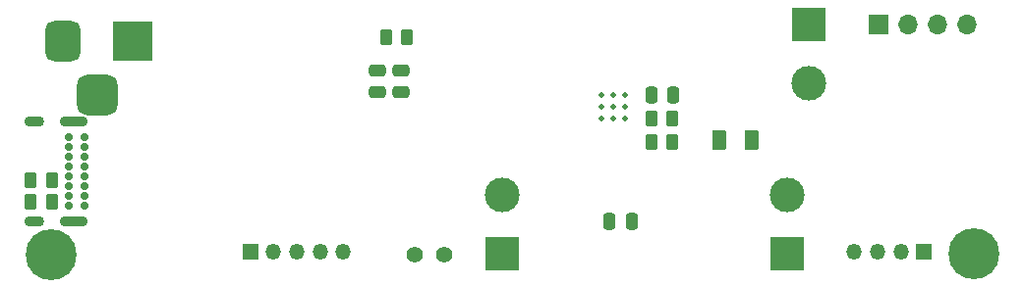
<source format=gbs>
G04 #@! TF.GenerationSoftware,KiCad,Pcbnew,(6.99.0-1603-g82820d4b1c)*
G04 #@! TF.CreationDate,2022-06-17T10:59:49+02:00*
G04 #@! TF.ProjectId,BalthazarPSU3,42616c74-6861-47a6-9172-505355332e6b,rev?*
G04 #@! TF.SameCoordinates,Original*
G04 #@! TF.FileFunction,Soldermask,Bot*
G04 #@! TF.FilePolarity,Negative*
%FSLAX46Y46*%
G04 Gerber Fmt 4.6, Leading zero omitted, Abs format (unit mm)*
G04 Created by KiCad (PCBNEW (6.99.0-1603-g82820d4b1c)) date 2022-06-17 10:59:49*
%MOMM*%
%LPD*%
G01*
G04 APERTURE LIST*
G04 Aperture macros list*
%AMRoundRect*
0 Rectangle with rounded corners*
0 $1 Rounding radius*
0 $2 $3 $4 $5 $6 $7 $8 $9 X,Y pos of 4 corners*
0 Add a 4 corners polygon primitive as box body*
4,1,4,$2,$3,$4,$5,$6,$7,$8,$9,$2,$3,0*
0 Add four circle primitives for the rounded corners*
1,1,$1+$1,$2,$3*
1,1,$1+$1,$4,$5*
1,1,$1+$1,$6,$7*
1,1,$1+$1,$8,$9*
0 Add four rect primitives between the rounded corners*
20,1,$1+$1,$2,$3,$4,$5,0*
20,1,$1+$1,$4,$5,$6,$7,0*
20,1,$1+$1,$6,$7,$8,$9,0*
20,1,$1+$1,$8,$9,$2,$3,0*%
G04 Aperture macros list end*
%ADD10C,1.400000*%
%ADD11C,0.500000*%
%ADD12R,3.000000X3.000000*%
%ADD13C,3.000000*%
%ADD14C,0.700000*%
%ADD15O,2.400000X0.900000*%
%ADD16O,1.700000X0.900000*%
%ADD17R,3.500000X3.500000*%
%ADD18RoundRect,0.750000X-0.750000X-1.000000X0.750000X-1.000000X0.750000X1.000000X-0.750000X1.000000X0*%
%ADD19RoundRect,0.875000X-0.875000X-0.875000X0.875000X-0.875000X0.875000X0.875000X-0.875000X0.875000X0*%
%ADD20R,1.700000X1.700000*%
%ADD21O,1.700000X1.700000*%
%ADD22R,1.350000X1.350000*%
%ADD23O,1.350000X1.350000*%
%ADD24C,4.400000*%
%ADD25RoundRect,0.250000X0.375000X0.625000X-0.375000X0.625000X-0.375000X-0.625000X0.375000X-0.625000X0*%
%ADD26RoundRect,0.250000X-0.262500X-0.450000X0.262500X-0.450000X0.262500X0.450000X-0.262500X0.450000X0*%
%ADD27RoundRect,0.250000X-0.475000X0.250000X-0.475000X-0.250000X0.475000X-0.250000X0.475000X0.250000X0*%
%ADD28RoundRect,0.250000X-0.250000X-0.475000X0.250000X-0.475000X0.250000X0.475000X-0.250000X0.475000X0*%
G04 APERTURE END LIST*
D10*
X135275000Y-80772000D03*
X137815000Y-80772000D03*
D11*
X153401000Y-68976000D03*
X153401000Y-67960000D03*
X153401000Y-66944000D03*
X152385000Y-68976000D03*
X152385000Y-67960000D03*
X152385000Y-66944000D03*
X151369000Y-68976000D03*
X151369000Y-67960000D03*
X151369000Y-66944000D03*
D12*
X142874999Y-80644999D03*
D13*
X142875000Y-75565000D03*
D12*
X169290999Y-60832999D03*
D13*
X169291000Y-65913000D03*
D12*
X167385999Y-80644999D03*
D13*
X167386000Y-75565000D03*
D14*
X106895000Y-70612000D03*
X106895000Y-71462000D03*
X106895000Y-72312000D03*
X106895000Y-73162000D03*
X106895000Y-74012000D03*
X106895000Y-74862000D03*
X106895000Y-75712000D03*
X106895000Y-76562000D03*
X105545000Y-76562000D03*
X105545000Y-75712000D03*
X105545000Y-74862000D03*
X105545000Y-74012000D03*
X105545000Y-73162000D03*
X105545000Y-72312000D03*
X105545000Y-71462000D03*
X105545000Y-70612000D03*
D15*
X105914999Y-69261999D03*
D16*
X102534999Y-69261999D03*
D15*
X105914999Y-77911999D03*
D16*
X102534999Y-77911999D03*
D17*
X110997999Y-62288499D03*
D18*
X104998000Y-62288500D03*
D19*
X107998000Y-66988500D03*
D20*
X175259999Y-60832999D03*
D21*
X177799999Y-60832999D03*
X180339999Y-60832999D03*
X182879999Y-60832999D03*
D22*
X121157999Y-80517999D03*
D23*
X123157999Y-80517999D03*
X125157999Y-80517999D03*
X127157999Y-80517999D03*
X129157999Y-80517999D03*
D22*
X179196999Y-80517999D03*
D23*
X177196999Y-80517999D03*
X175196999Y-80517999D03*
X173196999Y-80517999D03*
D24*
X104013000Y-80772000D03*
X183515000Y-80645000D03*
D25*
X164341000Y-70866000D03*
X161541000Y-70866000D03*
D26*
X155678500Y-70993000D03*
X157503500Y-70993000D03*
X155678500Y-68961000D03*
X157503500Y-68961000D03*
X132842000Y-61976000D03*
X134667000Y-61976000D03*
D27*
X132080000Y-64810500D03*
X132080000Y-66710500D03*
D28*
X155702000Y-66929000D03*
X157602000Y-66929000D03*
D27*
X134112000Y-64810500D03*
X134112000Y-66710500D03*
D26*
X102211500Y-74295000D03*
X104036500Y-74295000D03*
X102211500Y-76200000D03*
X104036500Y-76200000D03*
D28*
X152085000Y-77851000D03*
X153985000Y-77851000D03*
M02*

</source>
